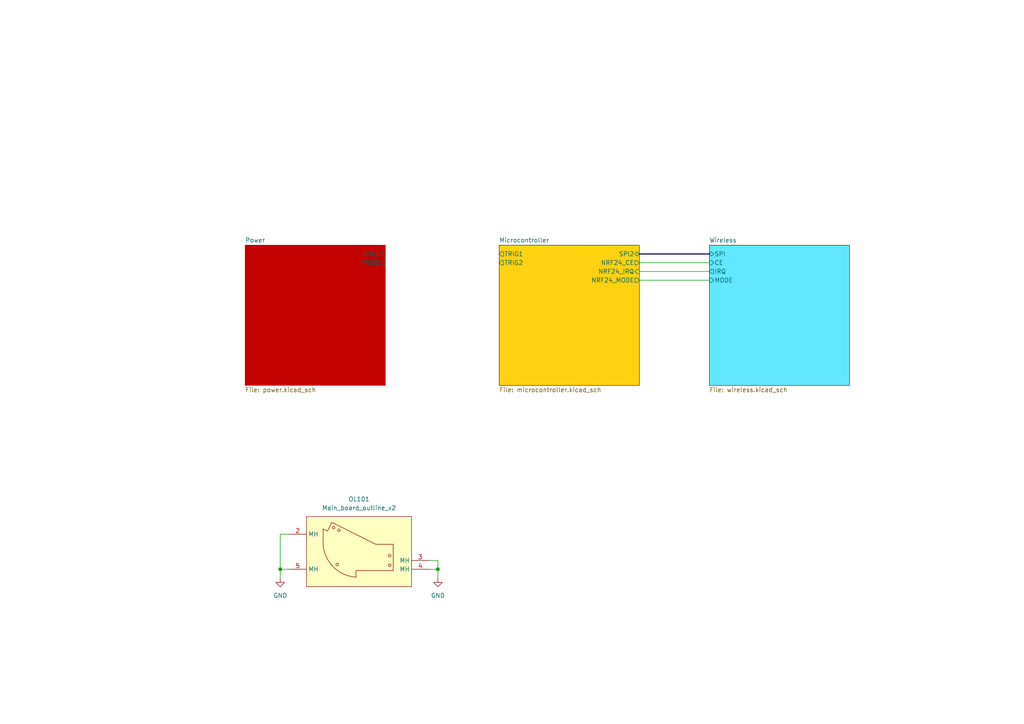
<source format=kicad_sch>
(kicad_sch (version 20230121) (generator eeschema)
  (paper "A4")
  (lib_symbols
    (symbol "SSL_Symbols:Main_board_outline_v2"
      (property "Reference" "OL" (at 0 15.24 0))
      (property "Value" "Main_board_outline_v2" (at 0 12.7 0))
      (symbol "Main_board_outline_v2_0_1"
        (arc (start -10.414 3.429) (mid -7.8872 -3.9412) (end -0.889 -7.366))
        (circle (center -7.366 6.985) (radius 0.381))
        (circle (center -6.35 -3.683) (radius 0.381))
        (circle (center -5.842 6.223) (radius 0.381))
        (polyline (pts (xy -10.414 6.604) (xy -10.414 3.429)))
        (polyline (pts (xy 9.906 2.159) (xy 9.906 -5.461) (xy -0.889 -5.461) (xy -0.889 -7.366)))
        (polyline (pts (xy 9.906 2.159) (xy 4.826 2.159) (xy -7.874 8.509) (xy -9.144 5.969) (xy -10.414 6.604)))
        (circle (center 8.89 -3.937) (radius 0.381))
        (circle (center 8.89 -1.143) (radius 0.381))
      )
      (symbol "Main_board_outline_v2_1_1"
        (rectangle (start -15.24 10.16) (end 15.24 -10.16) (fill (type background)))
        (pin input line (at -20.32 5.08 0) (length 5.08) (name "MH") (number "2"))
        (pin input line (at 20.32 -2.54 180) (length 5.08) (name "MH") (number "3"))
        (pin input line (at 20.32 -5.08 180) (length 5.08) (name "MH") (number "4"))
        (pin input line (at -20.32 -5.08 0) (length 5.08) (name "MH") (number "5"))
      )
    )
    (symbol "power:GND" (power) (pin_names (offset 0))
      (property "Value" "GND" (at 0 -3.81 0))
      (symbol "GND_0_1"
        (polyline (pts (xy 0 0) (xy 0 -1.27) (xy 1.27 -1.27) (xy 0 -2.54) (xy -1.27 -1.27) (xy 0 -1.27)))
      )
      (symbol "GND_1_1"
        (pin power_in line (at 0 0 270) (length 0) hide (name "GND") (number "1"))
      )
    )
  )
  (junction (at 127 165.1))
  (junction (at 81.28 165.1))
  (wire (pts (xy 185.42 81.28) (xy 205.74 81.28)))
  (wire (pts (xy 127 165.1) (xy 127 162.56)))
  (wire (pts (xy 185.42 76.2) (xy 205.74 76.2)))
  (bus (pts (xy 185.42 73.66) (xy 205.74 73.66)))
  (wire (pts (xy 81.28 165.1) (xy 83.82 165.1)))
  (wire (pts (xy 81.28 154.94) (xy 83.82 154.94)))
  (wire (pts (xy 81.28 165.1) (xy 81.28 167.64)))
  (wire (pts (xy 127 162.56) (xy 124.46 162.56)))
  (wire (pts (xy 185.42 78.74) (xy 205.74 78.74)))
  (wire (pts (xy 124.46 165.1) (xy 127 165.1)))
  (wire (pts (xy 81.28 154.94) (xy 81.28 165.1)))
  (wire (pts (xy 127 167.64) (xy 127 165.1)))
  (symbol (lib_id "SSL_Symbols:Main_board_outline_v2") (at 104.14 160.02 0) (unit 1)
    (property "Reference" "OL101" (at 104.14 144.78 0))
    (property "Value" "Main_board_outline_v2" (at 104.14 147.32 0))
    (property "Footprint" "SSL Footprints:main_board_outline_v2" (effects hide))
  )
  (symbol (lib_id "power:GND") (at 81.28 167.64 0) (unit 1)
    (property "Reference" "#PWR0102" (effects hide))
    (property "Value" "GND" (at 81.28 172.72 0))
  )
  (symbol (lib_id "power:GND") (at 127 167.64 0) (unit 1)
    (property "Reference" "#PWR0101" (effects hide))
    (property "Value" "GND" (at 127 172.72 0))
  )
  (sheet (at 71.12 71.12) (size 40.64 40.64) (stroke (width 0.1524)) (fill (color 194 0 0 1.0000))
    (property "Sheetname" "Power" (at 71.12 70.4084 0) (effects (justify left bottom)))
    (property "Sheetfile" "power.kicad_sch" (at 71.12 112.3446 0) (effects (justify left top)))
    (pin "TRIG2" input (at 111.76 76.2 0))
    (pin "TRIG1" input (at 111.76 73.66 0))
  )
  (sheet (at 144.78 71.12) (size 40.64 40.64) (stroke (width 0.1524)) (fill (color 254 210 17 1.0000))
    (property "Sheetname" "Microcontroller" (at 144.78 70.4084 0) (effects (justify left bottom)))
    (property "Sheetfile" "microcontroller.kicad_sch" (at 144.78 112.3446 0) (effects (justify left top)))
    (pin "NRF24_CE" output (at 185.42 76.2 0))
    (pin "NRF24_IRQ" input (at 185.42 78.74 0))
    (pin "SPI2" bidirectional (at 185.42 73.66 0))
    (pin "TRIG1" output (at 144.78 73.66 180))
    (pin "TRIG2" output (at 144.78 76.2 180))
    (pin "NRF24_MODE" output (at 185.42 81.28 0))
  )
  (sheet (at 205.74 71.12) (size 40.64 40.64) (stroke (width 0.1524)) (fill (color 97 231 254 1.0000))
    (property "Sheetname" "Wireless" (at 205.74 70.4084 0) (effects (justify left bottom)))
    (property "Sheetfile" "wireless.kicad_sch" (at 205.74 112.3446 0) (effects (justify left top)))
    (pin "CE" input (at 205.74 76.2 180))
    (pin "IRQ" output (at 205.74 78.74 180))
    (pin "SPI" bidirectional (at 205.74 73.66 180))
    (pin "MODE" input (at 205.74 81.28 180))
  )
)
</source>
